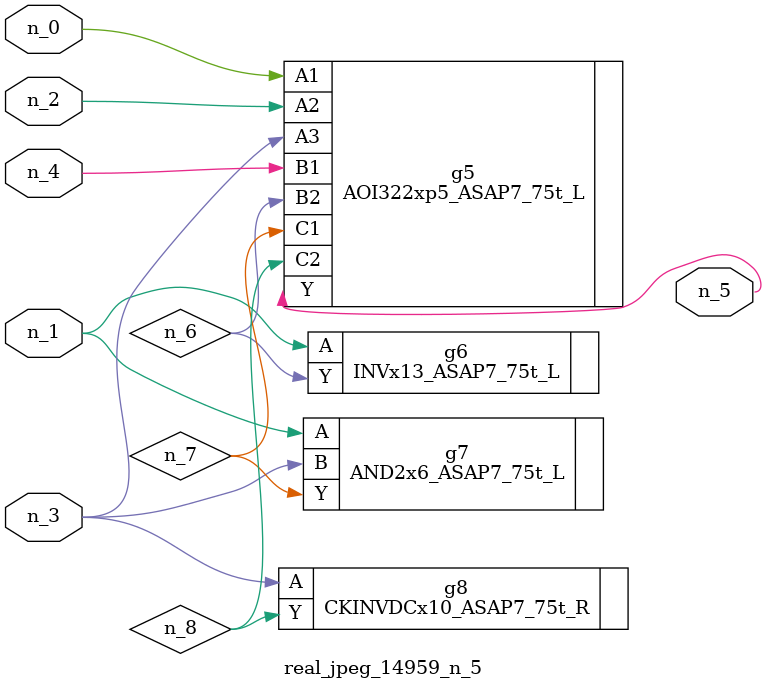
<source format=v>
module real_jpeg_14959_n_5 (n_4, n_0, n_1, n_2, n_3, n_5);

input n_4;
input n_0;
input n_1;
input n_2;
input n_3;

output n_5;

wire n_8;
wire n_6;
wire n_7;

AOI322xp5_ASAP7_75t_L g5 ( 
.A1(n_0),
.A2(n_2),
.A3(n_3),
.B1(n_4),
.B2(n_6),
.C1(n_7),
.C2(n_8),
.Y(n_5)
);

INVx13_ASAP7_75t_L g6 ( 
.A(n_1),
.Y(n_6)
);

AND2x6_ASAP7_75t_L g7 ( 
.A(n_1),
.B(n_3),
.Y(n_7)
);

CKINVDCx10_ASAP7_75t_R g8 ( 
.A(n_3),
.Y(n_8)
);


endmodule
</source>
